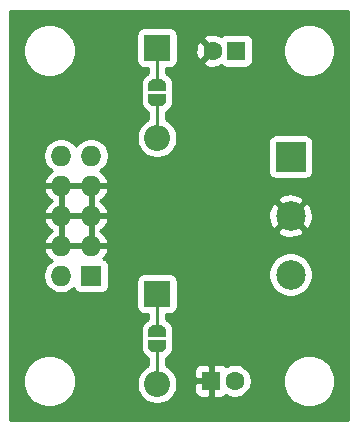
<source format=gbr>
%TF.GenerationSoftware,KiCad,Pcbnew,5.1.8-db9833491~87~ubuntu20.04.1*%
%TF.CreationDate,2020-11-21T13:57:41-05:00*%
%TF.ProjectId,powerbreakout,706f7765-7262-4726-9561-6b6f75742e6b,rev?*%
%TF.SameCoordinates,Original*%
%TF.FileFunction,Copper,L2,Bot*%
%TF.FilePolarity,Positive*%
%FSLAX46Y46*%
G04 Gerber Fmt 4.6, Leading zero omitted, Abs format (unit mm)*
G04 Created by KiCad (PCBNEW 5.1.8-db9833491~87~ubuntu20.04.1) date 2020-11-21 13:57:41*
%MOMM*%
%LPD*%
G01*
G04 APERTURE LIST*
%TA.AperFunction,SMDPad,CuDef*%
%ADD10C,0.100000*%
%TD*%
%TA.AperFunction,ComponentPad*%
%ADD11C,2.500000*%
%TD*%
%TA.AperFunction,ComponentPad*%
%ADD12R,2.500000X2.500000*%
%TD*%
%TA.AperFunction,ComponentPad*%
%ADD13O,1.727200X1.727200*%
%TD*%
%TA.AperFunction,ComponentPad*%
%ADD14R,1.727200X1.727200*%
%TD*%
%TA.AperFunction,ComponentPad*%
%ADD15O,2.200000X2.200000*%
%TD*%
%TA.AperFunction,ComponentPad*%
%ADD16R,2.200000X2.200000*%
%TD*%
%TA.AperFunction,ComponentPad*%
%ADD17C,1.600000*%
%TD*%
%TA.AperFunction,ComponentPad*%
%ADD18R,1.600000X1.600000*%
%TD*%
%TA.AperFunction,Conductor*%
%ADD19C,0.250000*%
%TD*%
%TA.AperFunction,Conductor*%
%ADD20C,0.254000*%
%TD*%
%TA.AperFunction,Conductor*%
%ADD21C,0.100000*%
%TD*%
G04 APERTURE END LIST*
%TA.AperFunction,SMDPad,CuDef*%
D10*
%TO.P,JP2,2*%
%TO.N,-12V*%
G36*
X8877398Y-11064000D02*
G01*
X8877398Y-11088534D01*
X8872588Y-11137365D01*
X8863016Y-11185490D01*
X8848772Y-11232445D01*
X8829995Y-11277778D01*
X8806864Y-11321051D01*
X8779604Y-11361850D01*
X8748476Y-11399779D01*
X8713779Y-11434476D01*
X8675850Y-11465604D01*
X8635051Y-11492864D01*
X8591778Y-11515995D01*
X8546445Y-11534772D01*
X8499490Y-11549016D01*
X8451365Y-11558588D01*
X8402534Y-11563398D01*
X8378000Y-11563398D01*
X8378000Y-11564000D01*
X7878000Y-11564000D01*
X7878000Y-11563398D01*
X7853466Y-11563398D01*
X7804635Y-11558588D01*
X7756510Y-11549016D01*
X7709555Y-11534772D01*
X7664222Y-11515995D01*
X7620949Y-11492864D01*
X7580150Y-11465604D01*
X7542221Y-11434476D01*
X7507524Y-11399779D01*
X7476396Y-11361850D01*
X7449136Y-11321051D01*
X7426005Y-11277778D01*
X7407228Y-11232445D01*
X7392984Y-11185490D01*
X7383412Y-11137365D01*
X7378602Y-11088534D01*
X7378602Y-11064000D01*
X7378000Y-11064000D01*
X7378000Y-10564000D01*
X8878000Y-10564000D01*
X8878000Y-11064000D01*
X8877398Y-11064000D01*
G37*
%TD.AperFunction*%
%TA.AperFunction,SMDPad,CuDef*%
%TO.P,JP2,1*%
%TO.N,Net-(D2-Pad1)*%
G36*
X7378000Y-10264000D02*
G01*
X7378000Y-9764000D01*
X7378602Y-9764000D01*
X7378602Y-9739466D01*
X7383412Y-9690635D01*
X7392984Y-9642510D01*
X7407228Y-9595555D01*
X7426005Y-9550222D01*
X7449136Y-9506949D01*
X7476396Y-9466150D01*
X7507524Y-9428221D01*
X7542221Y-9393524D01*
X7580150Y-9362396D01*
X7620949Y-9335136D01*
X7664222Y-9312005D01*
X7709555Y-9293228D01*
X7756510Y-9278984D01*
X7804635Y-9269412D01*
X7853466Y-9264602D01*
X7878000Y-9264602D01*
X7878000Y-9264000D01*
X8378000Y-9264000D01*
X8378000Y-9264602D01*
X8402534Y-9264602D01*
X8451365Y-9269412D01*
X8499490Y-9278984D01*
X8546445Y-9293228D01*
X8591778Y-9312005D01*
X8635051Y-9335136D01*
X8675850Y-9362396D01*
X8713779Y-9393524D01*
X8748476Y-9428221D01*
X8779604Y-9466150D01*
X8806864Y-9506949D01*
X8829995Y-9550222D01*
X8848772Y-9595555D01*
X8863016Y-9642510D01*
X8872588Y-9690635D01*
X8877398Y-9739466D01*
X8877398Y-9764000D01*
X8878000Y-9764000D01*
X8878000Y-10264000D01*
X7378000Y-10264000D01*
G37*
%TD.AperFunction*%
%TD*%
%TA.AperFunction,SMDPad,CuDef*%
%TO.P,JP1,2*%
%TO.N,+12V*%
G36*
X7378602Y11064000D02*
G01*
X7378602Y11088534D01*
X7383412Y11137365D01*
X7392984Y11185490D01*
X7407228Y11232445D01*
X7426005Y11277778D01*
X7449136Y11321051D01*
X7476396Y11361850D01*
X7507524Y11399779D01*
X7542221Y11434476D01*
X7580150Y11465604D01*
X7620949Y11492864D01*
X7664222Y11515995D01*
X7709555Y11534772D01*
X7756510Y11549016D01*
X7804635Y11558588D01*
X7853466Y11563398D01*
X7878000Y11563398D01*
X7878000Y11564000D01*
X8378000Y11564000D01*
X8378000Y11563398D01*
X8402534Y11563398D01*
X8451365Y11558588D01*
X8499490Y11549016D01*
X8546445Y11534772D01*
X8591778Y11515995D01*
X8635051Y11492864D01*
X8675850Y11465604D01*
X8713779Y11434476D01*
X8748476Y11399779D01*
X8779604Y11361850D01*
X8806864Y11321051D01*
X8829995Y11277778D01*
X8848772Y11232445D01*
X8863016Y11185490D01*
X8872588Y11137365D01*
X8877398Y11088534D01*
X8877398Y11064000D01*
X8878000Y11064000D01*
X8878000Y10564000D01*
X7378000Y10564000D01*
X7378000Y11064000D01*
X7378602Y11064000D01*
G37*
%TD.AperFunction*%
%TA.AperFunction,SMDPad,CuDef*%
%TO.P,JP1,1*%
%TO.N,Net-(D1-Pad2)*%
G36*
X8878000Y10264000D02*
G01*
X8878000Y9764000D01*
X8877398Y9764000D01*
X8877398Y9739466D01*
X8872588Y9690635D01*
X8863016Y9642510D01*
X8848772Y9595555D01*
X8829995Y9550222D01*
X8806864Y9506949D01*
X8779604Y9466150D01*
X8748476Y9428221D01*
X8713779Y9393524D01*
X8675850Y9362396D01*
X8635051Y9335136D01*
X8591778Y9312005D01*
X8546445Y9293228D01*
X8499490Y9278984D01*
X8451365Y9269412D01*
X8402534Y9264602D01*
X8378000Y9264602D01*
X8378000Y9264000D01*
X7878000Y9264000D01*
X7878000Y9264602D01*
X7853466Y9264602D01*
X7804635Y9269412D01*
X7756510Y9278984D01*
X7709555Y9293228D01*
X7664222Y9312005D01*
X7620949Y9335136D01*
X7580150Y9362396D01*
X7542221Y9393524D01*
X7507524Y9428221D01*
X7476396Y9466150D01*
X7449136Y9506949D01*
X7426005Y9550222D01*
X7407228Y9595555D01*
X7392984Y9642510D01*
X7383412Y9690635D01*
X7378602Y9739466D01*
X7378602Y9764000D01*
X7378000Y9764000D01*
X7378000Y10264000D01*
X8878000Y10264000D01*
G37*
%TD.AperFunction*%
%TD*%
D11*
%TO.P,J2,3*%
%TO.N,-12V*%
X19431000Y-5000000D03*
%TO.P,J2,2*%
%TO.N,GND*%
X19431000Y0D03*
D12*
%TO.P,J2,1*%
%TO.N,+12V*%
X19431000Y5000000D03*
%TD*%
D13*
%TO.P,J1,10*%
%TO.N,Net-(D1-Pad2)*%
X0Y5080000D03*
%TO.P,J1,9*%
X2540000Y5080000D03*
%TO.P,J1,8*%
%TO.N,GND*%
X0Y2540000D03*
%TO.P,J1,7*%
X2540000Y2540000D03*
%TO.P,J1,6*%
X0Y0D03*
%TO.P,J1,5*%
X2540000Y0D03*
%TO.P,J1,4*%
X0Y-2540000D03*
%TO.P,J1,3*%
X2540000Y-2540000D03*
%TO.P,J1,2*%
%TO.N,Net-(D2-Pad1)*%
X0Y-5080000D03*
D14*
%TO.P,J1,1*%
X2540000Y-5080000D03*
%TD*%
D15*
%TO.P,D2,2*%
%TO.N,-12V*%
X8128000Y-14224000D03*
D16*
%TO.P,D2,1*%
%TO.N,Net-(D2-Pad1)*%
X8128000Y-6604000D03*
%TD*%
D15*
%TO.P,D1,2*%
%TO.N,Net-(D1-Pad2)*%
X8128000Y6604000D03*
D16*
%TO.P,D1,1*%
%TO.N,+12V*%
X8128000Y14224000D03*
%TD*%
D17*
%TO.P,C2,2*%
%TO.N,-12V*%
X14700000Y-13970000D03*
D18*
%TO.P,C2,1*%
%TO.N,GND*%
X12700000Y-13970000D03*
%TD*%
D17*
%TO.P,C1,2*%
%TO.N,GND*%
X12827000Y13970000D03*
D18*
%TO.P,C1,1*%
%TO.N,+12V*%
X14827000Y13970000D03*
%TD*%
D19*
%TO.N,+12V*%
X8128000Y11064000D02*
X8128000Y14224000D01*
%TO.N,-12V*%
X8128000Y-14224000D02*
X8128000Y-11064000D01*
%TO.N,Net-(D1-Pad2)*%
X8128000Y6604000D02*
X8128000Y9764000D01*
%TO.N,Net-(D2-Pad1)*%
X8128000Y-9764000D02*
X8128000Y-6604000D01*
%TD*%
D20*
%TO.N,GND*%
X24315001Y-17315000D02*
X-4315000Y-17315000D01*
X-4315000Y-13779872D01*
X-3235000Y-13779872D01*
X-3235000Y-14220128D01*
X-3149110Y-14651925D01*
X-2980631Y-15058669D01*
X-2736038Y-15424729D01*
X-2424729Y-15736038D01*
X-2058669Y-15980631D01*
X-1651925Y-16149110D01*
X-1220128Y-16235000D01*
X-779872Y-16235000D01*
X-348075Y-16149110D01*
X58669Y-15980631D01*
X424729Y-15736038D01*
X736038Y-15424729D01*
X980631Y-15058669D01*
X1149110Y-14651925D01*
X1235000Y-14220128D01*
X1235000Y-13779872D01*
X1149110Y-13348075D01*
X980631Y-12941331D01*
X736038Y-12575271D01*
X424729Y-12263962D01*
X58669Y-12019369D01*
X-348075Y-11850890D01*
X-779872Y-11765000D01*
X-1220128Y-11765000D01*
X-1651925Y-11850890D01*
X-2058669Y-12019369D01*
X-2424729Y-12263962D01*
X-2736038Y-12575271D01*
X-2980631Y-12941331D01*
X-3149110Y-13348075D01*
X-3235000Y-13779872D01*
X-4315000Y-13779872D01*
X-4315000Y-4932401D01*
X-1498600Y-4932401D01*
X-1498600Y-5227599D01*
X-1441010Y-5517125D01*
X-1328042Y-5789853D01*
X-1164039Y-6035302D01*
X-955302Y-6244039D01*
X-709853Y-6408042D01*
X-437125Y-6521010D01*
X-147599Y-6578600D01*
X147599Y-6578600D01*
X437125Y-6521010D01*
X709853Y-6408042D01*
X955302Y-6244039D01*
X1069364Y-6129977D01*
X1086898Y-6187780D01*
X1145863Y-6298094D01*
X1225215Y-6394785D01*
X1321906Y-6474137D01*
X1432220Y-6533102D01*
X1551918Y-6569412D01*
X1676400Y-6581672D01*
X3403600Y-6581672D01*
X3528082Y-6569412D01*
X3647780Y-6533102D01*
X3758094Y-6474137D01*
X3854785Y-6394785D01*
X3934137Y-6298094D01*
X3993102Y-6187780D01*
X4029412Y-6068082D01*
X4041672Y-5943600D01*
X4041672Y-5504000D01*
X6389928Y-5504000D01*
X6389928Y-7704000D01*
X6402188Y-7828482D01*
X6438498Y-7948180D01*
X6497463Y-8058494D01*
X6576815Y-8155185D01*
X6673506Y-8234537D01*
X6783820Y-8293502D01*
X6903518Y-8329812D01*
X7028000Y-8342072D01*
X7368000Y-8342072D01*
X7368000Y-8749638D01*
X7287808Y-8792502D01*
X7206309Y-8846958D01*
X7109618Y-8926310D01*
X7040310Y-8995618D01*
X6960958Y-9092309D01*
X6906502Y-9173808D01*
X6847536Y-9284125D01*
X6810027Y-9374681D01*
X6773718Y-9494377D01*
X6754596Y-9590510D01*
X6742336Y-9714991D01*
X6742336Y-9739550D01*
X6739928Y-9764000D01*
X6739928Y-10264000D01*
X6752188Y-10388482D01*
X6759929Y-10414000D01*
X6752188Y-10439518D01*
X6739928Y-10564000D01*
X6739928Y-11064000D01*
X6742336Y-11088450D01*
X6742336Y-11113009D01*
X6754596Y-11237490D01*
X6773718Y-11333623D01*
X6810027Y-11453319D01*
X6847536Y-11543875D01*
X6906502Y-11654192D01*
X6960958Y-11735691D01*
X7040310Y-11832382D01*
X7109618Y-11901690D01*
X7206309Y-11981042D01*
X7287808Y-12035498D01*
X7368001Y-12078362D01*
X7368000Y-12660852D01*
X7306169Y-12686463D01*
X7022002Y-12876337D01*
X6780337Y-13118002D01*
X6590463Y-13402169D01*
X6459675Y-13717919D01*
X6393000Y-14053117D01*
X6393000Y-14394883D01*
X6459675Y-14730081D01*
X6590463Y-15045831D01*
X6780337Y-15329998D01*
X7022002Y-15571663D01*
X7306169Y-15761537D01*
X7621919Y-15892325D01*
X7957117Y-15959000D01*
X8298883Y-15959000D01*
X8634081Y-15892325D01*
X8949831Y-15761537D01*
X9233998Y-15571663D01*
X9475663Y-15329998D01*
X9665537Y-15045831D01*
X9779790Y-14770000D01*
X11261928Y-14770000D01*
X11274188Y-14894482D01*
X11310498Y-15014180D01*
X11369463Y-15124494D01*
X11448815Y-15221185D01*
X11545506Y-15300537D01*
X11655820Y-15359502D01*
X11775518Y-15395812D01*
X11900000Y-15408072D01*
X12414250Y-15405000D01*
X12573000Y-15246250D01*
X12573000Y-14097000D01*
X11423750Y-14097000D01*
X11265000Y-14255750D01*
X11261928Y-14770000D01*
X9779790Y-14770000D01*
X9796325Y-14730081D01*
X9863000Y-14394883D01*
X9863000Y-14053117D01*
X9796325Y-13717919D01*
X9665537Y-13402169D01*
X9510407Y-13170000D01*
X11261928Y-13170000D01*
X11265000Y-13684250D01*
X11423750Y-13843000D01*
X12573000Y-13843000D01*
X12573000Y-12693750D01*
X12827000Y-12693750D01*
X12827000Y-13843000D01*
X12847000Y-13843000D01*
X12847000Y-14097000D01*
X12827000Y-14097000D01*
X12827000Y-15246250D01*
X12985750Y-15405000D01*
X13500000Y-15408072D01*
X13624482Y-15395812D01*
X13744180Y-15359502D01*
X13854494Y-15300537D01*
X13951185Y-15221185D01*
X13964790Y-15204607D01*
X14020273Y-15241680D01*
X14281426Y-15349853D01*
X14558665Y-15405000D01*
X14841335Y-15405000D01*
X15118574Y-15349853D01*
X15379727Y-15241680D01*
X15614759Y-15084637D01*
X15814637Y-14884759D01*
X15971680Y-14649727D01*
X16079853Y-14388574D01*
X16135000Y-14111335D01*
X16135000Y-13828665D01*
X16125295Y-13779872D01*
X18765000Y-13779872D01*
X18765000Y-14220128D01*
X18850890Y-14651925D01*
X19019369Y-15058669D01*
X19263962Y-15424729D01*
X19575271Y-15736038D01*
X19941331Y-15980631D01*
X20348075Y-16149110D01*
X20779872Y-16235000D01*
X21220128Y-16235000D01*
X21651925Y-16149110D01*
X22058669Y-15980631D01*
X22424729Y-15736038D01*
X22736038Y-15424729D01*
X22980631Y-15058669D01*
X23149110Y-14651925D01*
X23235000Y-14220128D01*
X23235000Y-13779872D01*
X23149110Y-13348075D01*
X22980631Y-12941331D01*
X22736038Y-12575271D01*
X22424729Y-12263962D01*
X22058669Y-12019369D01*
X21651925Y-11850890D01*
X21220128Y-11765000D01*
X20779872Y-11765000D01*
X20348075Y-11850890D01*
X19941331Y-12019369D01*
X19575271Y-12263962D01*
X19263962Y-12575271D01*
X19019369Y-12941331D01*
X18850890Y-13348075D01*
X18765000Y-13779872D01*
X16125295Y-13779872D01*
X16079853Y-13551426D01*
X15971680Y-13290273D01*
X15814637Y-13055241D01*
X15614759Y-12855363D01*
X15379727Y-12698320D01*
X15118574Y-12590147D01*
X14841335Y-12535000D01*
X14558665Y-12535000D01*
X14281426Y-12590147D01*
X14020273Y-12698320D01*
X13964790Y-12735393D01*
X13951185Y-12718815D01*
X13854494Y-12639463D01*
X13744180Y-12580498D01*
X13624482Y-12544188D01*
X13500000Y-12531928D01*
X12985750Y-12535000D01*
X12827000Y-12693750D01*
X12573000Y-12693750D01*
X12414250Y-12535000D01*
X11900000Y-12531928D01*
X11775518Y-12544188D01*
X11655820Y-12580498D01*
X11545506Y-12639463D01*
X11448815Y-12718815D01*
X11369463Y-12815506D01*
X11310498Y-12925820D01*
X11274188Y-13045518D01*
X11261928Y-13170000D01*
X9510407Y-13170000D01*
X9475663Y-13118002D01*
X9233998Y-12876337D01*
X8949831Y-12686463D01*
X8888000Y-12660852D01*
X8888000Y-12078362D01*
X8968192Y-12035498D01*
X9049691Y-11981042D01*
X9146382Y-11901690D01*
X9215690Y-11832382D01*
X9295042Y-11735691D01*
X9349498Y-11654192D01*
X9408464Y-11543875D01*
X9445973Y-11453319D01*
X9482282Y-11333623D01*
X9501404Y-11237490D01*
X9513664Y-11113009D01*
X9513664Y-11088450D01*
X9516072Y-11064000D01*
X9516072Y-10564000D01*
X9503812Y-10439518D01*
X9496071Y-10414000D01*
X9503812Y-10388482D01*
X9516072Y-10264000D01*
X9516072Y-9764000D01*
X9513664Y-9739550D01*
X9513664Y-9714991D01*
X9501404Y-9590510D01*
X9482282Y-9494377D01*
X9445973Y-9374681D01*
X9408464Y-9284125D01*
X9349498Y-9173808D01*
X9295042Y-9092309D01*
X9215690Y-8995618D01*
X9146382Y-8926310D01*
X9049691Y-8846958D01*
X8968192Y-8792502D01*
X8888000Y-8749638D01*
X8888000Y-8342072D01*
X9228000Y-8342072D01*
X9352482Y-8329812D01*
X9472180Y-8293502D01*
X9582494Y-8234537D01*
X9679185Y-8155185D01*
X9758537Y-8058494D01*
X9817502Y-7948180D01*
X9853812Y-7828482D01*
X9866072Y-7704000D01*
X9866072Y-5504000D01*
X9853812Y-5379518D01*
X9817502Y-5259820D01*
X9758537Y-5149506D01*
X9679185Y-5052815D01*
X9582494Y-4973463D01*
X9472180Y-4914498D01*
X9352482Y-4878188D01*
X9228000Y-4865928D01*
X7028000Y-4865928D01*
X6903518Y-4878188D01*
X6783820Y-4914498D01*
X6673506Y-4973463D01*
X6576815Y-5052815D01*
X6497463Y-5149506D01*
X6438498Y-5259820D01*
X6402188Y-5379518D01*
X6389928Y-5504000D01*
X4041672Y-5504000D01*
X4041672Y-4814344D01*
X17546000Y-4814344D01*
X17546000Y-5185656D01*
X17618439Y-5549834D01*
X17760534Y-5892882D01*
X17966825Y-6201618D01*
X18229382Y-6464175D01*
X18538118Y-6670466D01*
X18881166Y-6812561D01*
X19245344Y-6885000D01*
X19616656Y-6885000D01*
X19980834Y-6812561D01*
X20323882Y-6670466D01*
X20632618Y-6464175D01*
X20895175Y-6201618D01*
X21101466Y-5892882D01*
X21243561Y-5549834D01*
X21316000Y-5185656D01*
X21316000Y-4814344D01*
X21243561Y-4450166D01*
X21101466Y-4107118D01*
X20895175Y-3798382D01*
X20632618Y-3535825D01*
X20323882Y-3329534D01*
X19980834Y-3187439D01*
X19616656Y-3115000D01*
X19245344Y-3115000D01*
X18881166Y-3187439D01*
X18538118Y-3329534D01*
X18229382Y-3535825D01*
X17966825Y-3798382D01*
X17760534Y-4107118D01*
X17618439Y-4450166D01*
X17546000Y-4814344D01*
X4041672Y-4814344D01*
X4041672Y-4216400D01*
X4029412Y-4091918D01*
X3993102Y-3972220D01*
X3934137Y-3861906D01*
X3854785Y-3765215D01*
X3758094Y-3685863D01*
X3647780Y-3626898D01*
X3583426Y-3607376D01*
X3646854Y-3550293D01*
X3822684Y-3314944D01*
X3949222Y-3049814D01*
X3994958Y-2899026D01*
X3873817Y-2667000D01*
X2667000Y-2667000D01*
X2667000Y-2687000D01*
X2413000Y-2687000D01*
X2413000Y-2667000D01*
X127000Y-2667000D01*
X127000Y-2687000D01*
X-127000Y-2687000D01*
X-127000Y-2667000D01*
X-1333817Y-2667000D01*
X-1454958Y-2899026D01*
X-1409222Y-3049814D01*
X-1282684Y-3314944D01*
X-1106854Y-3550293D01*
X-888488Y-3746817D01*
X-789897Y-3805441D01*
X-955302Y-3915961D01*
X-1164039Y-4124698D01*
X-1328042Y-4370147D01*
X-1441010Y-4642875D01*
X-1498600Y-4932401D01*
X-4315000Y-4932401D01*
X-4315000Y-359026D01*
X-1454958Y-359026D01*
X-1409222Y-509814D01*
X-1282684Y-774944D01*
X-1106854Y-1010293D01*
X-888488Y-1206817D01*
X-782230Y-1270000D01*
X-888488Y-1333183D01*
X-1106854Y-1529707D01*
X-1282684Y-1765056D01*
X-1409222Y-2030186D01*
X-1454958Y-2180974D01*
X-1333817Y-2413000D01*
X-127000Y-2413000D01*
X-127000Y-127000D01*
X127000Y-127000D01*
X127000Y-2413000D01*
X2413000Y-2413000D01*
X2413000Y-127000D01*
X2667000Y-127000D01*
X2667000Y-2413000D01*
X3873817Y-2413000D01*
X3994958Y-2180974D01*
X3949222Y-2030186D01*
X3822684Y-1765056D01*
X3646854Y-1529707D01*
X3428488Y-1333183D01*
X3395563Y-1313605D01*
X18297000Y-1313605D01*
X18422914Y-1603577D01*
X18755126Y-1769433D01*
X19113312Y-1867290D01*
X19483706Y-1893389D01*
X19852075Y-1846725D01*
X20204262Y-1729094D01*
X20439086Y-1603577D01*
X20565000Y-1313605D01*
X19431000Y-179605D01*
X18297000Y-1313605D01*
X3395563Y-1313605D01*
X3322230Y-1270000D01*
X3428488Y-1206817D01*
X3646854Y-1010293D01*
X3822684Y-774944D01*
X3949222Y-509814D01*
X3994958Y-359026D01*
X3873817Y-127000D01*
X2667000Y-127000D01*
X2413000Y-127000D01*
X127000Y-127000D01*
X-127000Y-127000D01*
X-1333817Y-127000D01*
X-1454958Y-359026D01*
X-4315000Y-359026D01*
X-4315000Y-52706D01*
X17537611Y-52706D01*
X17584275Y-421075D01*
X17701906Y-773262D01*
X17827423Y-1008086D01*
X18117395Y-1134000D01*
X19251395Y0D01*
X19610605Y0D01*
X20744605Y-1134000D01*
X21034577Y-1008086D01*
X21200433Y-675874D01*
X21298290Y-317688D01*
X21324389Y52706D01*
X21277725Y421075D01*
X21160094Y773262D01*
X21034577Y1008086D01*
X20744605Y1134000D01*
X19610605Y0D01*
X19251395Y0D01*
X18117395Y1134000D01*
X17827423Y1008086D01*
X17661567Y675874D01*
X17563710Y317688D01*
X17537611Y-52706D01*
X-4315000Y-52706D01*
X-4315000Y2180974D01*
X-1454958Y2180974D01*
X-1409222Y2030186D01*
X-1282684Y1765056D01*
X-1106854Y1529707D01*
X-888488Y1333183D01*
X-782230Y1270000D01*
X-888488Y1206817D01*
X-1106854Y1010293D01*
X-1282684Y774944D01*
X-1409222Y509814D01*
X-1454958Y359026D01*
X-1333817Y127000D01*
X-127000Y127000D01*
X-127000Y2413000D01*
X127000Y2413000D01*
X127000Y127000D01*
X2413000Y127000D01*
X2413000Y2413000D01*
X2667000Y2413000D01*
X2667000Y127000D01*
X3873817Y127000D01*
X3994958Y359026D01*
X3949222Y509814D01*
X3822684Y774944D01*
X3646854Y1010293D01*
X3428488Y1206817D01*
X3322230Y1270000D01*
X3395562Y1313605D01*
X18297000Y1313605D01*
X19431000Y179605D01*
X20565000Y1313605D01*
X20439086Y1603577D01*
X20106874Y1769433D01*
X19748688Y1867290D01*
X19378294Y1893389D01*
X19009925Y1846725D01*
X18657738Y1729094D01*
X18422914Y1603577D01*
X18297000Y1313605D01*
X3395562Y1313605D01*
X3428488Y1333183D01*
X3646854Y1529707D01*
X3822684Y1765056D01*
X3949222Y2030186D01*
X3994958Y2180974D01*
X3873817Y2413000D01*
X2667000Y2413000D01*
X2413000Y2413000D01*
X127000Y2413000D01*
X-127000Y2413000D01*
X-1333817Y2413000D01*
X-1454958Y2180974D01*
X-4315000Y2180974D01*
X-4315000Y5227599D01*
X-1498600Y5227599D01*
X-1498600Y4932401D01*
X-1441010Y4642875D01*
X-1328042Y4370147D01*
X-1164039Y4124698D01*
X-955302Y3915961D01*
X-789897Y3805441D01*
X-888488Y3746817D01*
X-1106854Y3550293D01*
X-1282684Y3314944D01*
X-1409222Y3049814D01*
X-1454958Y2899026D01*
X-1333817Y2667000D01*
X-127000Y2667000D01*
X-127000Y2687000D01*
X127000Y2687000D01*
X127000Y2667000D01*
X2413000Y2667000D01*
X2413000Y2687000D01*
X2667000Y2687000D01*
X2667000Y2667000D01*
X3873817Y2667000D01*
X3994958Y2899026D01*
X3949222Y3049814D01*
X3822684Y3314944D01*
X3646854Y3550293D01*
X3428488Y3746817D01*
X3329897Y3805441D01*
X3495302Y3915961D01*
X3704039Y4124698D01*
X3868042Y4370147D01*
X3981010Y4642875D01*
X4038600Y4932401D01*
X4038600Y5227599D01*
X3981010Y5517125D01*
X3868042Y5789853D01*
X3704039Y6035302D01*
X3495302Y6244039D01*
X3249853Y6408042D01*
X2977125Y6521010D01*
X2687599Y6578600D01*
X2392401Y6578600D01*
X2102875Y6521010D01*
X1830147Y6408042D01*
X1584698Y6244039D01*
X1375961Y6035302D01*
X1270000Y5876719D01*
X1164039Y6035302D01*
X955302Y6244039D01*
X709853Y6408042D01*
X437125Y6521010D01*
X147599Y6578600D01*
X-147599Y6578600D01*
X-437125Y6521010D01*
X-709853Y6408042D01*
X-955302Y6244039D01*
X-1164039Y6035302D01*
X-1328042Y5789853D01*
X-1441010Y5517125D01*
X-1498600Y5227599D01*
X-4315000Y5227599D01*
X-4315000Y14220128D01*
X-3235000Y14220128D01*
X-3235000Y13779872D01*
X-3149110Y13348075D01*
X-2980631Y12941331D01*
X-2736038Y12575271D01*
X-2424729Y12263962D01*
X-2058669Y12019369D01*
X-1651925Y11850890D01*
X-1220128Y11765000D01*
X-779872Y11765000D01*
X-348075Y11850890D01*
X58669Y12019369D01*
X424729Y12263962D01*
X736038Y12575271D01*
X980631Y12941331D01*
X1149110Y13348075D01*
X1235000Y13779872D01*
X1235000Y14220128D01*
X1149110Y14651925D01*
X980631Y15058669D01*
X803343Y15324000D01*
X6389928Y15324000D01*
X6389928Y13124000D01*
X6402188Y12999518D01*
X6438498Y12879820D01*
X6497463Y12769506D01*
X6576815Y12672815D01*
X6673506Y12593463D01*
X6783820Y12534498D01*
X6903518Y12498188D01*
X7028000Y12485928D01*
X7368000Y12485928D01*
X7368000Y12078362D01*
X7287808Y12035498D01*
X7206309Y11981042D01*
X7109618Y11901690D01*
X7040310Y11832382D01*
X6960958Y11735691D01*
X6906502Y11654192D01*
X6847536Y11543875D01*
X6810027Y11453319D01*
X6773718Y11333623D01*
X6754596Y11237490D01*
X6742336Y11113009D01*
X6742336Y11088450D01*
X6739928Y11064000D01*
X6739928Y10564000D01*
X6752188Y10439518D01*
X6759929Y10414000D01*
X6752188Y10388482D01*
X6739928Y10264000D01*
X6739928Y9764000D01*
X6742336Y9739550D01*
X6742336Y9714991D01*
X6754596Y9590510D01*
X6773718Y9494377D01*
X6810027Y9374681D01*
X6847536Y9284125D01*
X6906502Y9173808D01*
X6960958Y9092309D01*
X7040310Y8995618D01*
X7109618Y8926310D01*
X7206309Y8846958D01*
X7287808Y8792502D01*
X7368001Y8749638D01*
X7368000Y8167148D01*
X7306169Y8141537D01*
X7022002Y7951663D01*
X6780337Y7709998D01*
X6590463Y7425831D01*
X6459675Y7110081D01*
X6393000Y6774883D01*
X6393000Y6433117D01*
X6459675Y6097919D01*
X6590463Y5782169D01*
X6780337Y5498002D01*
X7022002Y5256337D01*
X7306169Y5066463D01*
X7621919Y4935675D01*
X7957117Y4869000D01*
X8298883Y4869000D01*
X8634081Y4935675D01*
X8949831Y5066463D01*
X9233998Y5256337D01*
X9475663Y5498002D01*
X9665537Y5782169D01*
X9796325Y6097919D01*
X9826575Y6250000D01*
X17542928Y6250000D01*
X17542928Y3750000D01*
X17555188Y3625518D01*
X17591498Y3505820D01*
X17650463Y3395506D01*
X17729815Y3298815D01*
X17826506Y3219463D01*
X17936820Y3160498D01*
X18056518Y3124188D01*
X18181000Y3111928D01*
X20681000Y3111928D01*
X20805482Y3124188D01*
X20925180Y3160498D01*
X21035494Y3219463D01*
X21132185Y3298815D01*
X21211537Y3395506D01*
X21270502Y3505820D01*
X21306812Y3625518D01*
X21319072Y3750000D01*
X21319072Y6250000D01*
X21306812Y6374482D01*
X21270502Y6494180D01*
X21211537Y6604494D01*
X21132185Y6701185D01*
X21035494Y6780537D01*
X20925180Y6839502D01*
X20805482Y6875812D01*
X20681000Y6888072D01*
X18181000Y6888072D01*
X18056518Y6875812D01*
X17936820Y6839502D01*
X17826506Y6780537D01*
X17729815Y6701185D01*
X17650463Y6604494D01*
X17591498Y6494180D01*
X17555188Y6374482D01*
X17542928Y6250000D01*
X9826575Y6250000D01*
X9863000Y6433117D01*
X9863000Y6774883D01*
X9796325Y7110081D01*
X9665537Y7425831D01*
X9475663Y7709998D01*
X9233998Y7951663D01*
X8949831Y8141537D01*
X8888000Y8167148D01*
X8888000Y8749638D01*
X8968192Y8792502D01*
X9049691Y8846958D01*
X9146382Y8926310D01*
X9215690Y8995618D01*
X9295042Y9092309D01*
X9349498Y9173808D01*
X9408464Y9284125D01*
X9445973Y9374681D01*
X9482282Y9494377D01*
X9501404Y9590510D01*
X9513664Y9714991D01*
X9513664Y9739550D01*
X9516072Y9764000D01*
X9516072Y10264000D01*
X9503812Y10388482D01*
X9496071Y10414000D01*
X9503812Y10439518D01*
X9516072Y10564000D01*
X9516072Y11064000D01*
X9513664Y11088450D01*
X9513664Y11113009D01*
X9501404Y11237490D01*
X9482282Y11333623D01*
X9445973Y11453319D01*
X9408464Y11543875D01*
X9349498Y11654192D01*
X9295042Y11735691D01*
X9215690Y11832382D01*
X9146382Y11901690D01*
X9049691Y11981042D01*
X8968192Y12035498D01*
X8888000Y12078362D01*
X8888000Y12485928D01*
X9228000Y12485928D01*
X9352482Y12498188D01*
X9472180Y12534498D01*
X9582494Y12593463D01*
X9679185Y12672815D01*
X9758537Y12769506D01*
X9817502Y12879820D01*
X9853812Y12999518D01*
X9866072Y13124000D01*
X9866072Y13899488D01*
X11386783Y13899488D01*
X11428213Y13619870D01*
X11523397Y13353708D01*
X11590329Y13228486D01*
X11834298Y13156903D01*
X12647395Y13970000D01*
X11834298Y14783097D01*
X11590329Y14711514D01*
X11469429Y14456004D01*
X11400700Y14181816D01*
X11386783Y13899488D01*
X9866072Y13899488D01*
X9866072Y14962702D01*
X12013903Y14962702D01*
X12827000Y14149605D01*
X12841143Y14163748D01*
X13020748Y13984143D01*
X13006605Y13970000D01*
X13020748Y13955858D01*
X12841143Y13776253D01*
X12827000Y13790395D01*
X12013903Y12977298D01*
X12085486Y12733329D01*
X12340996Y12612429D01*
X12615184Y12543700D01*
X12897512Y12529783D01*
X13177130Y12571213D01*
X13443292Y12666397D01*
X13565309Y12731616D01*
X13575815Y12718815D01*
X13672506Y12639463D01*
X13782820Y12580498D01*
X13902518Y12544188D01*
X14027000Y12531928D01*
X15627000Y12531928D01*
X15751482Y12544188D01*
X15871180Y12580498D01*
X15981494Y12639463D01*
X16078185Y12718815D01*
X16157537Y12815506D01*
X16216502Y12925820D01*
X16252812Y13045518D01*
X16265072Y13170000D01*
X16265072Y14220128D01*
X18765000Y14220128D01*
X18765000Y13779872D01*
X18850890Y13348075D01*
X19019369Y12941331D01*
X19263962Y12575271D01*
X19575271Y12263962D01*
X19941331Y12019369D01*
X20348075Y11850890D01*
X20779872Y11765000D01*
X21220128Y11765000D01*
X21651925Y11850890D01*
X22058669Y12019369D01*
X22424729Y12263962D01*
X22736038Y12575271D01*
X22980631Y12941331D01*
X23149110Y13348075D01*
X23235000Y13779872D01*
X23235000Y14220128D01*
X23149110Y14651925D01*
X22980631Y15058669D01*
X22736038Y15424729D01*
X22424729Y15736038D01*
X22058669Y15980631D01*
X21651925Y16149110D01*
X21220128Y16235000D01*
X20779872Y16235000D01*
X20348075Y16149110D01*
X19941331Y15980631D01*
X19575271Y15736038D01*
X19263962Y15424729D01*
X19019369Y15058669D01*
X18850890Y14651925D01*
X18765000Y14220128D01*
X16265072Y14220128D01*
X16265072Y14770000D01*
X16252812Y14894482D01*
X16216502Y15014180D01*
X16157537Y15124494D01*
X16078185Y15221185D01*
X15981494Y15300537D01*
X15871180Y15359502D01*
X15751482Y15395812D01*
X15627000Y15408072D01*
X14027000Y15408072D01*
X13902518Y15395812D01*
X13782820Y15359502D01*
X13672506Y15300537D01*
X13575815Y15221185D01*
X13565193Y15208242D01*
X13313004Y15327571D01*
X13038816Y15396300D01*
X12756488Y15410217D01*
X12476870Y15368787D01*
X12210708Y15273603D01*
X12085486Y15206671D01*
X12013903Y14962702D01*
X9866072Y14962702D01*
X9866072Y15324000D01*
X9853812Y15448482D01*
X9817502Y15568180D01*
X9758537Y15678494D01*
X9679185Y15775185D01*
X9582494Y15854537D01*
X9472180Y15913502D01*
X9352482Y15949812D01*
X9228000Y15962072D01*
X7028000Y15962072D01*
X6903518Y15949812D01*
X6783820Y15913502D01*
X6673506Y15854537D01*
X6576815Y15775185D01*
X6497463Y15678494D01*
X6438498Y15568180D01*
X6402188Y15448482D01*
X6389928Y15324000D01*
X803343Y15324000D01*
X736038Y15424729D01*
X424729Y15736038D01*
X58669Y15980631D01*
X-348075Y16149110D01*
X-779872Y16235000D01*
X-1220128Y16235000D01*
X-1651925Y16149110D01*
X-2058669Y15980631D01*
X-2424729Y15736038D01*
X-2736038Y15424729D01*
X-2980631Y15058669D01*
X-3149110Y14651925D01*
X-3235000Y14220128D01*
X-4315000Y14220128D01*
X-4315000Y17315000D01*
X24315000Y17315000D01*
X24315001Y-17315000D01*
%TA.AperFunction,Conductor*%
D21*
G36*
X24315001Y-17315000D02*
G01*
X-4315000Y-17315000D01*
X-4315000Y-13779872D01*
X-3235000Y-13779872D01*
X-3235000Y-14220128D01*
X-3149110Y-14651925D01*
X-2980631Y-15058669D01*
X-2736038Y-15424729D01*
X-2424729Y-15736038D01*
X-2058669Y-15980631D01*
X-1651925Y-16149110D01*
X-1220128Y-16235000D01*
X-779872Y-16235000D01*
X-348075Y-16149110D01*
X58669Y-15980631D01*
X424729Y-15736038D01*
X736038Y-15424729D01*
X980631Y-15058669D01*
X1149110Y-14651925D01*
X1235000Y-14220128D01*
X1235000Y-13779872D01*
X1149110Y-13348075D01*
X980631Y-12941331D01*
X736038Y-12575271D01*
X424729Y-12263962D01*
X58669Y-12019369D01*
X-348075Y-11850890D01*
X-779872Y-11765000D01*
X-1220128Y-11765000D01*
X-1651925Y-11850890D01*
X-2058669Y-12019369D01*
X-2424729Y-12263962D01*
X-2736038Y-12575271D01*
X-2980631Y-12941331D01*
X-3149110Y-13348075D01*
X-3235000Y-13779872D01*
X-4315000Y-13779872D01*
X-4315000Y-4932401D01*
X-1498600Y-4932401D01*
X-1498600Y-5227599D01*
X-1441010Y-5517125D01*
X-1328042Y-5789853D01*
X-1164039Y-6035302D01*
X-955302Y-6244039D01*
X-709853Y-6408042D01*
X-437125Y-6521010D01*
X-147599Y-6578600D01*
X147599Y-6578600D01*
X437125Y-6521010D01*
X709853Y-6408042D01*
X955302Y-6244039D01*
X1069364Y-6129977D01*
X1086898Y-6187780D01*
X1145863Y-6298094D01*
X1225215Y-6394785D01*
X1321906Y-6474137D01*
X1432220Y-6533102D01*
X1551918Y-6569412D01*
X1676400Y-6581672D01*
X3403600Y-6581672D01*
X3528082Y-6569412D01*
X3647780Y-6533102D01*
X3758094Y-6474137D01*
X3854785Y-6394785D01*
X3934137Y-6298094D01*
X3993102Y-6187780D01*
X4029412Y-6068082D01*
X4041672Y-5943600D01*
X4041672Y-5504000D01*
X6389928Y-5504000D01*
X6389928Y-7704000D01*
X6402188Y-7828482D01*
X6438498Y-7948180D01*
X6497463Y-8058494D01*
X6576815Y-8155185D01*
X6673506Y-8234537D01*
X6783820Y-8293502D01*
X6903518Y-8329812D01*
X7028000Y-8342072D01*
X7368000Y-8342072D01*
X7368000Y-8749638D01*
X7287808Y-8792502D01*
X7206309Y-8846958D01*
X7109618Y-8926310D01*
X7040310Y-8995618D01*
X6960958Y-9092309D01*
X6906502Y-9173808D01*
X6847536Y-9284125D01*
X6810027Y-9374681D01*
X6773718Y-9494377D01*
X6754596Y-9590510D01*
X6742336Y-9714991D01*
X6742336Y-9739550D01*
X6739928Y-9764000D01*
X6739928Y-10264000D01*
X6752188Y-10388482D01*
X6759929Y-10414000D01*
X6752188Y-10439518D01*
X6739928Y-10564000D01*
X6739928Y-11064000D01*
X6742336Y-11088450D01*
X6742336Y-11113009D01*
X6754596Y-11237490D01*
X6773718Y-11333623D01*
X6810027Y-11453319D01*
X6847536Y-11543875D01*
X6906502Y-11654192D01*
X6960958Y-11735691D01*
X7040310Y-11832382D01*
X7109618Y-11901690D01*
X7206309Y-11981042D01*
X7287808Y-12035498D01*
X7368001Y-12078362D01*
X7368000Y-12660852D01*
X7306169Y-12686463D01*
X7022002Y-12876337D01*
X6780337Y-13118002D01*
X6590463Y-13402169D01*
X6459675Y-13717919D01*
X6393000Y-14053117D01*
X6393000Y-14394883D01*
X6459675Y-14730081D01*
X6590463Y-15045831D01*
X6780337Y-15329998D01*
X7022002Y-15571663D01*
X7306169Y-15761537D01*
X7621919Y-15892325D01*
X7957117Y-15959000D01*
X8298883Y-15959000D01*
X8634081Y-15892325D01*
X8949831Y-15761537D01*
X9233998Y-15571663D01*
X9475663Y-15329998D01*
X9665537Y-15045831D01*
X9779790Y-14770000D01*
X11261928Y-14770000D01*
X11274188Y-14894482D01*
X11310498Y-15014180D01*
X11369463Y-15124494D01*
X11448815Y-15221185D01*
X11545506Y-15300537D01*
X11655820Y-15359502D01*
X11775518Y-15395812D01*
X11900000Y-15408072D01*
X12414250Y-15405000D01*
X12573000Y-15246250D01*
X12573000Y-14097000D01*
X11423750Y-14097000D01*
X11265000Y-14255750D01*
X11261928Y-14770000D01*
X9779790Y-14770000D01*
X9796325Y-14730081D01*
X9863000Y-14394883D01*
X9863000Y-14053117D01*
X9796325Y-13717919D01*
X9665537Y-13402169D01*
X9510407Y-13170000D01*
X11261928Y-13170000D01*
X11265000Y-13684250D01*
X11423750Y-13843000D01*
X12573000Y-13843000D01*
X12573000Y-12693750D01*
X12827000Y-12693750D01*
X12827000Y-13843000D01*
X12847000Y-13843000D01*
X12847000Y-14097000D01*
X12827000Y-14097000D01*
X12827000Y-15246250D01*
X12985750Y-15405000D01*
X13500000Y-15408072D01*
X13624482Y-15395812D01*
X13744180Y-15359502D01*
X13854494Y-15300537D01*
X13951185Y-15221185D01*
X13964790Y-15204607D01*
X14020273Y-15241680D01*
X14281426Y-15349853D01*
X14558665Y-15405000D01*
X14841335Y-15405000D01*
X15118574Y-15349853D01*
X15379727Y-15241680D01*
X15614759Y-15084637D01*
X15814637Y-14884759D01*
X15971680Y-14649727D01*
X16079853Y-14388574D01*
X16135000Y-14111335D01*
X16135000Y-13828665D01*
X16125295Y-13779872D01*
X18765000Y-13779872D01*
X18765000Y-14220128D01*
X18850890Y-14651925D01*
X19019369Y-15058669D01*
X19263962Y-15424729D01*
X19575271Y-15736038D01*
X19941331Y-15980631D01*
X20348075Y-16149110D01*
X20779872Y-16235000D01*
X21220128Y-16235000D01*
X21651925Y-16149110D01*
X22058669Y-15980631D01*
X22424729Y-15736038D01*
X22736038Y-15424729D01*
X22980631Y-15058669D01*
X23149110Y-14651925D01*
X23235000Y-14220128D01*
X23235000Y-13779872D01*
X23149110Y-13348075D01*
X22980631Y-12941331D01*
X22736038Y-12575271D01*
X22424729Y-12263962D01*
X22058669Y-12019369D01*
X21651925Y-11850890D01*
X21220128Y-11765000D01*
X20779872Y-11765000D01*
X20348075Y-11850890D01*
X19941331Y-12019369D01*
X19575271Y-12263962D01*
X19263962Y-12575271D01*
X19019369Y-12941331D01*
X18850890Y-13348075D01*
X18765000Y-13779872D01*
X16125295Y-13779872D01*
X16079853Y-13551426D01*
X15971680Y-13290273D01*
X15814637Y-13055241D01*
X15614759Y-12855363D01*
X15379727Y-12698320D01*
X15118574Y-12590147D01*
X14841335Y-12535000D01*
X14558665Y-12535000D01*
X14281426Y-12590147D01*
X14020273Y-12698320D01*
X13964790Y-12735393D01*
X13951185Y-12718815D01*
X13854494Y-12639463D01*
X13744180Y-12580498D01*
X13624482Y-12544188D01*
X13500000Y-12531928D01*
X12985750Y-12535000D01*
X12827000Y-12693750D01*
X12573000Y-12693750D01*
X12414250Y-12535000D01*
X11900000Y-12531928D01*
X11775518Y-12544188D01*
X11655820Y-12580498D01*
X11545506Y-12639463D01*
X11448815Y-12718815D01*
X11369463Y-12815506D01*
X11310498Y-12925820D01*
X11274188Y-13045518D01*
X11261928Y-13170000D01*
X9510407Y-13170000D01*
X9475663Y-13118002D01*
X9233998Y-12876337D01*
X8949831Y-12686463D01*
X8888000Y-12660852D01*
X8888000Y-12078362D01*
X8968192Y-12035498D01*
X9049691Y-11981042D01*
X9146382Y-11901690D01*
X9215690Y-11832382D01*
X9295042Y-11735691D01*
X9349498Y-11654192D01*
X9408464Y-11543875D01*
X9445973Y-11453319D01*
X9482282Y-11333623D01*
X9501404Y-11237490D01*
X9513664Y-11113009D01*
X9513664Y-11088450D01*
X9516072Y-11064000D01*
X9516072Y-10564000D01*
X9503812Y-10439518D01*
X9496071Y-10414000D01*
X9503812Y-10388482D01*
X9516072Y-10264000D01*
X9516072Y-9764000D01*
X9513664Y-9739550D01*
X9513664Y-9714991D01*
X9501404Y-9590510D01*
X9482282Y-9494377D01*
X9445973Y-9374681D01*
X9408464Y-9284125D01*
X9349498Y-9173808D01*
X9295042Y-9092309D01*
X9215690Y-8995618D01*
X9146382Y-8926310D01*
X9049691Y-8846958D01*
X8968192Y-8792502D01*
X8888000Y-8749638D01*
X8888000Y-8342072D01*
X9228000Y-8342072D01*
X9352482Y-8329812D01*
X9472180Y-8293502D01*
X9582494Y-8234537D01*
X9679185Y-8155185D01*
X9758537Y-8058494D01*
X9817502Y-7948180D01*
X9853812Y-7828482D01*
X9866072Y-7704000D01*
X9866072Y-5504000D01*
X9853812Y-5379518D01*
X9817502Y-5259820D01*
X9758537Y-5149506D01*
X9679185Y-5052815D01*
X9582494Y-4973463D01*
X9472180Y-4914498D01*
X9352482Y-4878188D01*
X9228000Y-4865928D01*
X7028000Y-4865928D01*
X6903518Y-4878188D01*
X6783820Y-4914498D01*
X6673506Y-4973463D01*
X6576815Y-5052815D01*
X6497463Y-5149506D01*
X6438498Y-5259820D01*
X6402188Y-5379518D01*
X6389928Y-5504000D01*
X4041672Y-5504000D01*
X4041672Y-4814344D01*
X17546000Y-4814344D01*
X17546000Y-5185656D01*
X17618439Y-5549834D01*
X17760534Y-5892882D01*
X17966825Y-6201618D01*
X18229382Y-6464175D01*
X18538118Y-6670466D01*
X18881166Y-6812561D01*
X19245344Y-6885000D01*
X19616656Y-6885000D01*
X19980834Y-6812561D01*
X20323882Y-6670466D01*
X20632618Y-6464175D01*
X20895175Y-6201618D01*
X21101466Y-5892882D01*
X21243561Y-5549834D01*
X21316000Y-5185656D01*
X21316000Y-4814344D01*
X21243561Y-4450166D01*
X21101466Y-4107118D01*
X20895175Y-3798382D01*
X20632618Y-3535825D01*
X20323882Y-3329534D01*
X19980834Y-3187439D01*
X19616656Y-3115000D01*
X19245344Y-3115000D01*
X18881166Y-3187439D01*
X18538118Y-3329534D01*
X18229382Y-3535825D01*
X17966825Y-3798382D01*
X17760534Y-4107118D01*
X17618439Y-4450166D01*
X17546000Y-4814344D01*
X4041672Y-4814344D01*
X4041672Y-4216400D01*
X4029412Y-4091918D01*
X3993102Y-3972220D01*
X3934137Y-3861906D01*
X3854785Y-3765215D01*
X3758094Y-3685863D01*
X3647780Y-3626898D01*
X3583426Y-3607376D01*
X3646854Y-3550293D01*
X3822684Y-3314944D01*
X3949222Y-3049814D01*
X3994958Y-2899026D01*
X3873817Y-2667000D01*
X2667000Y-2667000D01*
X2667000Y-2687000D01*
X2413000Y-2687000D01*
X2413000Y-2667000D01*
X127000Y-2667000D01*
X127000Y-2687000D01*
X-127000Y-2687000D01*
X-127000Y-2667000D01*
X-1333817Y-2667000D01*
X-1454958Y-2899026D01*
X-1409222Y-3049814D01*
X-1282684Y-3314944D01*
X-1106854Y-3550293D01*
X-888488Y-3746817D01*
X-789897Y-3805441D01*
X-955302Y-3915961D01*
X-1164039Y-4124698D01*
X-1328042Y-4370147D01*
X-1441010Y-4642875D01*
X-1498600Y-4932401D01*
X-4315000Y-4932401D01*
X-4315000Y-359026D01*
X-1454958Y-359026D01*
X-1409222Y-509814D01*
X-1282684Y-774944D01*
X-1106854Y-1010293D01*
X-888488Y-1206817D01*
X-782230Y-1270000D01*
X-888488Y-1333183D01*
X-1106854Y-1529707D01*
X-1282684Y-1765056D01*
X-1409222Y-2030186D01*
X-1454958Y-2180974D01*
X-1333817Y-2413000D01*
X-127000Y-2413000D01*
X-127000Y-127000D01*
X127000Y-127000D01*
X127000Y-2413000D01*
X2413000Y-2413000D01*
X2413000Y-127000D01*
X2667000Y-127000D01*
X2667000Y-2413000D01*
X3873817Y-2413000D01*
X3994958Y-2180974D01*
X3949222Y-2030186D01*
X3822684Y-1765056D01*
X3646854Y-1529707D01*
X3428488Y-1333183D01*
X3395563Y-1313605D01*
X18297000Y-1313605D01*
X18422914Y-1603577D01*
X18755126Y-1769433D01*
X19113312Y-1867290D01*
X19483706Y-1893389D01*
X19852075Y-1846725D01*
X20204262Y-1729094D01*
X20439086Y-1603577D01*
X20565000Y-1313605D01*
X19431000Y-179605D01*
X18297000Y-1313605D01*
X3395563Y-1313605D01*
X3322230Y-1270000D01*
X3428488Y-1206817D01*
X3646854Y-1010293D01*
X3822684Y-774944D01*
X3949222Y-509814D01*
X3994958Y-359026D01*
X3873817Y-127000D01*
X2667000Y-127000D01*
X2413000Y-127000D01*
X127000Y-127000D01*
X-127000Y-127000D01*
X-1333817Y-127000D01*
X-1454958Y-359026D01*
X-4315000Y-359026D01*
X-4315000Y-52706D01*
X17537611Y-52706D01*
X17584275Y-421075D01*
X17701906Y-773262D01*
X17827423Y-1008086D01*
X18117395Y-1134000D01*
X19251395Y0D01*
X19610605Y0D01*
X20744605Y-1134000D01*
X21034577Y-1008086D01*
X21200433Y-675874D01*
X21298290Y-317688D01*
X21324389Y52706D01*
X21277725Y421075D01*
X21160094Y773262D01*
X21034577Y1008086D01*
X20744605Y1134000D01*
X19610605Y0D01*
X19251395Y0D01*
X18117395Y1134000D01*
X17827423Y1008086D01*
X17661567Y675874D01*
X17563710Y317688D01*
X17537611Y-52706D01*
X-4315000Y-52706D01*
X-4315000Y2180974D01*
X-1454958Y2180974D01*
X-1409222Y2030186D01*
X-1282684Y1765056D01*
X-1106854Y1529707D01*
X-888488Y1333183D01*
X-782230Y1270000D01*
X-888488Y1206817D01*
X-1106854Y1010293D01*
X-1282684Y774944D01*
X-1409222Y509814D01*
X-1454958Y359026D01*
X-1333817Y127000D01*
X-127000Y127000D01*
X-127000Y2413000D01*
X127000Y2413000D01*
X127000Y127000D01*
X2413000Y127000D01*
X2413000Y2413000D01*
X2667000Y2413000D01*
X2667000Y127000D01*
X3873817Y127000D01*
X3994958Y359026D01*
X3949222Y509814D01*
X3822684Y774944D01*
X3646854Y1010293D01*
X3428488Y1206817D01*
X3322230Y1270000D01*
X3395562Y1313605D01*
X18297000Y1313605D01*
X19431000Y179605D01*
X20565000Y1313605D01*
X20439086Y1603577D01*
X20106874Y1769433D01*
X19748688Y1867290D01*
X19378294Y1893389D01*
X19009925Y1846725D01*
X18657738Y1729094D01*
X18422914Y1603577D01*
X18297000Y1313605D01*
X3395562Y1313605D01*
X3428488Y1333183D01*
X3646854Y1529707D01*
X3822684Y1765056D01*
X3949222Y2030186D01*
X3994958Y2180974D01*
X3873817Y2413000D01*
X2667000Y2413000D01*
X2413000Y2413000D01*
X127000Y2413000D01*
X-127000Y2413000D01*
X-1333817Y2413000D01*
X-1454958Y2180974D01*
X-4315000Y2180974D01*
X-4315000Y5227599D01*
X-1498600Y5227599D01*
X-1498600Y4932401D01*
X-1441010Y4642875D01*
X-1328042Y4370147D01*
X-1164039Y4124698D01*
X-955302Y3915961D01*
X-789897Y3805441D01*
X-888488Y3746817D01*
X-1106854Y3550293D01*
X-1282684Y3314944D01*
X-1409222Y3049814D01*
X-1454958Y2899026D01*
X-1333817Y2667000D01*
X-127000Y2667000D01*
X-127000Y2687000D01*
X127000Y2687000D01*
X127000Y2667000D01*
X2413000Y2667000D01*
X2413000Y2687000D01*
X2667000Y2687000D01*
X2667000Y2667000D01*
X3873817Y2667000D01*
X3994958Y2899026D01*
X3949222Y3049814D01*
X3822684Y3314944D01*
X3646854Y3550293D01*
X3428488Y3746817D01*
X3329897Y3805441D01*
X3495302Y3915961D01*
X3704039Y4124698D01*
X3868042Y4370147D01*
X3981010Y4642875D01*
X4038600Y4932401D01*
X4038600Y5227599D01*
X3981010Y5517125D01*
X3868042Y5789853D01*
X3704039Y6035302D01*
X3495302Y6244039D01*
X3249853Y6408042D01*
X2977125Y6521010D01*
X2687599Y6578600D01*
X2392401Y6578600D01*
X2102875Y6521010D01*
X1830147Y6408042D01*
X1584698Y6244039D01*
X1375961Y6035302D01*
X1270000Y5876719D01*
X1164039Y6035302D01*
X955302Y6244039D01*
X709853Y6408042D01*
X437125Y6521010D01*
X147599Y6578600D01*
X-147599Y6578600D01*
X-437125Y6521010D01*
X-709853Y6408042D01*
X-955302Y6244039D01*
X-1164039Y6035302D01*
X-1328042Y5789853D01*
X-1441010Y5517125D01*
X-1498600Y5227599D01*
X-4315000Y5227599D01*
X-4315000Y14220128D01*
X-3235000Y14220128D01*
X-3235000Y13779872D01*
X-3149110Y13348075D01*
X-2980631Y12941331D01*
X-2736038Y12575271D01*
X-2424729Y12263962D01*
X-2058669Y12019369D01*
X-1651925Y11850890D01*
X-1220128Y11765000D01*
X-779872Y11765000D01*
X-348075Y11850890D01*
X58669Y12019369D01*
X424729Y12263962D01*
X736038Y12575271D01*
X980631Y12941331D01*
X1149110Y13348075D01*
X1235000Y13779872D01*
X1235000Y14220128D01*
X1149110Y14651925D01*
X980631Y15058669D01*
X803343Y15324000D01*
X6389928Y15324000D01*
X6389928Y13124000D01*
X6402188Y12999518D01*
X6438498Y12879820D01*
X6497463Y12769506D01*
X6576815Y12672815D01*
X6673506Y12593463D01*
X6783820Y12534498D01*
X6903518Y12498188D01*
X7028000Y12485928D01*
X7368000Y12485928D01*
X7368000Y12078362D01*
X7287808Y12035498D01*
X7206309Y11981042D01*
X7109618Y11901690D01*
X7040310Y11832382D01*
X6960958Y11735691D01*
X6906502Y11654192D01*
X6847536Y11543875D01*
X6810027Y11453319D01*
X6773718Y11333623D01*
X6754596Y11237490D01*
X6742336Y11113009D01*
X6742336Y11088450D01*
X6739928Y11064000D01*
X6739928Y10564000D01*
X6752188Y10439518D01*
X6759929Y10414000D01*
X6752188Y10388482D01*
X6739928Y10264000D01*
X6739928Y9764000D01*
X6742336Y9739550D01*
X6742336Y9714991D01*
X6754596Y9590510D01*
X6773718Y9494377D01*
X6810027Y9374681D01*
X6847536Y9284125D01*
X6906502Y9173808D01*
X6960958Y9092309D01*
X7040310Y8995618D01*
X7109618Y8926310D01*
X7206309Y8846958D01*
X7287808Y8792502D01*
X7368001Y8749638D01*
X7368000Y8167148D01*
X7306169Y8141537D01*
X7022002Y7951663D01*
X6780337Y7709998D01*
X6590463Y7425831D01*
X6459675Y7110081D01*
X6393000Y6774883D01*
X6393000Y6433117D01*
X6459675Y6097919D01*
X6590463Y5782169D01*
X6780337Y5498002D01*
X7022002Y5256337D01*
X7306169Y5066463D01*
X7621919Y4935675D01*
X7957117Y4869000D01*
X8298883Y4869000D01*
X8634081Y4935675D01*
X8949831Y5066463D01*
X9233998Y5256337D01*
X9475663Y5498002D01*
X9665537Y5782169D01*
X9796325Y6097919D01*
X9826575Y6250000D01*
X17542928Y6250000D01*
X17542928Y3750000D01*
X17555188Y3625518D01*
X17591498Y3505820D01*
X17650463Y3395506D01*
X17729815Y3298815D01*
X17826506Y3219463D01*
X17936820Y3160498D01*
X18056518Y3124188D01*
X18181000Y3111928D01*
X20681000Y3111928D01*
X20805482Y3124188D01*
X20925180Y3160498D01*
X21035494Y3219463D01*
X21132185Y3298815D01*
X21211537Y3395506D01*
X21270502Y3505820D01*
X21306812Y3625518D01*
X21319072Y3750000D01*
X21319072Y6250000D01*
X21306812Y6374482D01*
X21270502Y6494180D01*
X21211537Y6604494D01*
X21132185Y6701185D01*
X21035494Y6780537D01*
X20925180Y6839502D01*
X20805482Y6875812D01*
X20681000Y6888072D01*
X18181000Y6888072D01*
X18056518Y6875812D01*
X17936820Y6839502D01*
X17826506Y6780537D01*
X17729815Y6701185D01*
X17650463Y6604494D01*
X17591498Y6494180D01*
X17555188Y6374482D01*
X17542928Y6250000D01*
X9826575Y6250000D01*
X9863000Y6433117D01*
X9863000Y6774883D01*
X9796325Y7110081D01*
X9665537Y7425831D01*
X9475663Y7709998D01*
X9233998Y7951663D01*
X8949831Y8141537D01*
X8888000Y8167148D01*
X8888000Y8749638D01*
X8968192Y8792502D01*
X9049691Y8846958D01*
X9146382Y8926310D01*
X9215690Y8995618D01*
X9295042Y9092309D01*
X9349498Y9173808D01*
X9408464Y9284125D01*
X9445973Y9374681D01*
X9482282Y9494377D01*
X9501404Y9590510D01*
X9513664Y9714991D01*
X9513664Y9739550D01*
X9516072Y9764000D01*
X9516072Y10264000D01*
X9503812Y10388482D01*
X9496071Y10414000D01*
X9503812Y10439518D01*
X9516072Y10564000D01*
X9516072Y11064000D01*
X9513664Y11088450D01*
X9513664Y11113009D01*
X9501404Y11237490D01*
X9482282Y11333623D01*
X9445973Y11453319D01*
X9408464Y11543875D01*
X9349498Y11654192D01*
X9295042Y11735691D01*
X9215690Y11832382D01*
X9146382Y11901690D01*
X9049691Y11981042D01*
X8968192Y12035498D01*
X8888000Y12078362D01*
X8888000Y12485928D01*
X9228000Y12485928D01*
X9352482Y12498188D01*
X9472180Y12534498D01*
X9582494Y12593463D01*
X9679185Y12672815D01*
X9758537Y12769506D01*
X9817502Y12879820D01*
X9853812Y12999518D01*
X9866072Y13124000D01*
X9866072Y13899488D01*
X11386783Y13899488D01*
X11428213Y13619870D01*
X11523397Y13353708D01*
X11590329Y13228486D01*
X11834298Y13156903D01*
X12647395Y13970000D01*
X11834298Y14783097D01*
X11590329Y14711514D01*
X11469429Y14456004D01*
X11400700Y14181816D01*
X11386783Y13899488D01*
X9866072Y13899488D01*
X9866072Y14962702D01*
X12013903Y14962702D01*
X12827000Y14149605D01*
X12841143Y14163748D01*
X13020748Y13984143D01*
X13006605Y13970000D01*
X13020748Y13955858D01*
X12841143Y13776253D01*
X12827000Y13790395D01*
X12013903Y12977298D01*
X12085486Y12733329D01*
X12340996Y12612429D01*
X12615184Y12543700D01*
X12897512Y12529783D01*
X13177130Y12571213D01*
X13443292Y12666397D01*
X13565309Y12731616D01*
X13575815Y12718815D01*
X13672506Y12639463D01*
X13782820Y12580498D01*
X13902518Y12544188D01*
X14027000Y12531928D01*
X15627000Y12531928D01*
X15751482Y12544188D01*
X15871180Y12580498D01*
X15981494Y12639463D01*
X16078185Y12718815D01*
X16157537Y12815506D01*
X16216502Y12925820D01*
X16252812Y13045518D01*
X16265072Y13170000D01*
X16265072Y14220128D01*
X18765000Y14220128D01*
X18765000Y13779872D01*
X18850890Y13348075D01*
X19019369Y12941331D01*
X19263962Y12575271D01*
X19575271Y12263962D01*
X19941331Y12019369D01*
X20348075Y11850890D01*
X20779872Y11765000D01*
X21220128Y11765000D01*
X21651925Y11850890D01*
X22058669Y12019369D01*
X22424729Y12263962D01*
X22736038Y12575271D01*
X22980631Y12941331D01*
X23149110Y13348075D01*
X23235000Y13779872D01*
X23235000Y14220128D01*
X23149110Y14651925D01*
X22980631Y15058669D01*
X22736038Y15424729D01*
X22424729Y15736038D01*
X22058669Y15980631D01*
X21651925Y16149110D01*
X21220128Y16235000D01*
X20779872Y16235000D01*
X20348075Y16149110D01*
X19941331Y15980631D01*
X19575271Y15736038D01*
X19263962Y15424729D01*
X19019369Y15058669D01*
X18850890Y14651925D01*
X18765000Y14220128D01*
X16265072Y14220128D01*
X16265072Y14770000D01*
X16252812Y14894482D01*
X16216502Y15014180D01*
X16157537Y15124494D01*
X16078185Y15221185D01*
X15981494Y15300537D01*
X15871180Y15359502D01*
X15751482Y15395812D01*
X15627000Y15408072D01*
X14027000Y15408072D01*
X13902518Y15395812D01*
X13782820Y15359502D01*
X13672506Y15300537D01*
X13575815Y15221185D01*
X13565193Y15208242D01*
X13313004Y15327571D01*
X13038816Y15396300D01*
X12756488Y15410217D01*
X12476870Y15368787D01*
X12210708Y15273603D01*
X12085486Y15206671D01*
X12013903Y14962702D01*
X9866072Y14962702D01*
X9866072Y15324000D01*
X9853812Y15448482D01*
X9817502Y15568180D01*
X9758537Y15678494D01*
X9679185Y15775185D01*
X9582494Y15854537D01*
X9472180Y15913502D01*
X9352482Y15949812D01*
X9228000Y15962072D01*
X7028000Y15962072D01*
X6903518Y15949812D01*
X6783820Y15913502D01*
X6673506Y15854537D01*
X6576815Y15775185D01*
X6497463Y15678494D01*
X6438498Y15568180D01*
X6402188Y15448482D01*
X6389928Y15324000D01*
X803343Y15324000D01*
X736038Y15424729D01*
X424729Y15736038D01*
X58669Y15980631D01*
X-348075Y16149110D01*
X-779872Y16235000D01*
X-1220128Y16235000D01*
X-1651925Y16149110D01*
X-2058669Y15980631D01*
X-2424729Y15736038D01*
X-2736038Y15424729D01*
X-2980631Y15058669D01*
X-3149110Y14651925D01*
X-3235000Y14220128D01*
X-4315000Y14220128D01*
X-4315000Y17315000D01*
X24315000Y17315000D01*
X24315001Y-17315000D01*
G37*
%TD.AperFunction*%
%TD*%
M02*

</source>
